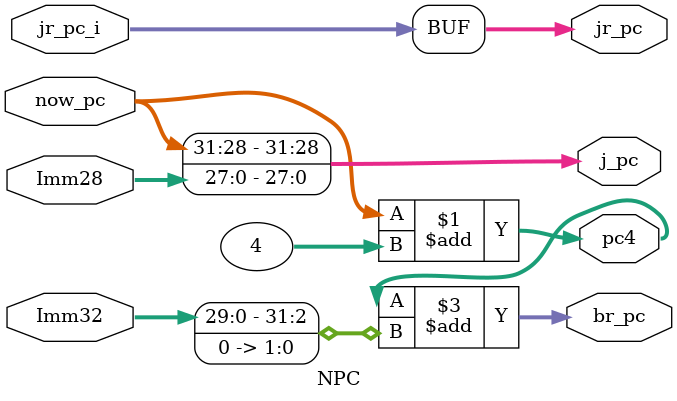
<source format=v>
`timescale 1ns / 1ps

module NPC(now_pc, Imm32, Imm28, jr_pc_i,
		   pc4, br_pc, j_pc, jr_pc);

	input [31:0] now_pc;
	input [27:0] Imm28;
	input [31:0] Imm32, jr_pc_i;
	
	output [31:0] pc4, br_pc, j_pc, jr_pc;
	
	assign pc4 = now_pc + 4;
	assign br_pc = pc4 + (Imm32 << 2);
	assign j_pc = {now_pc[31:28], Imm28};  //j/jal
	assign jr_pc = jr_pc_i;

endmodule

</source>
